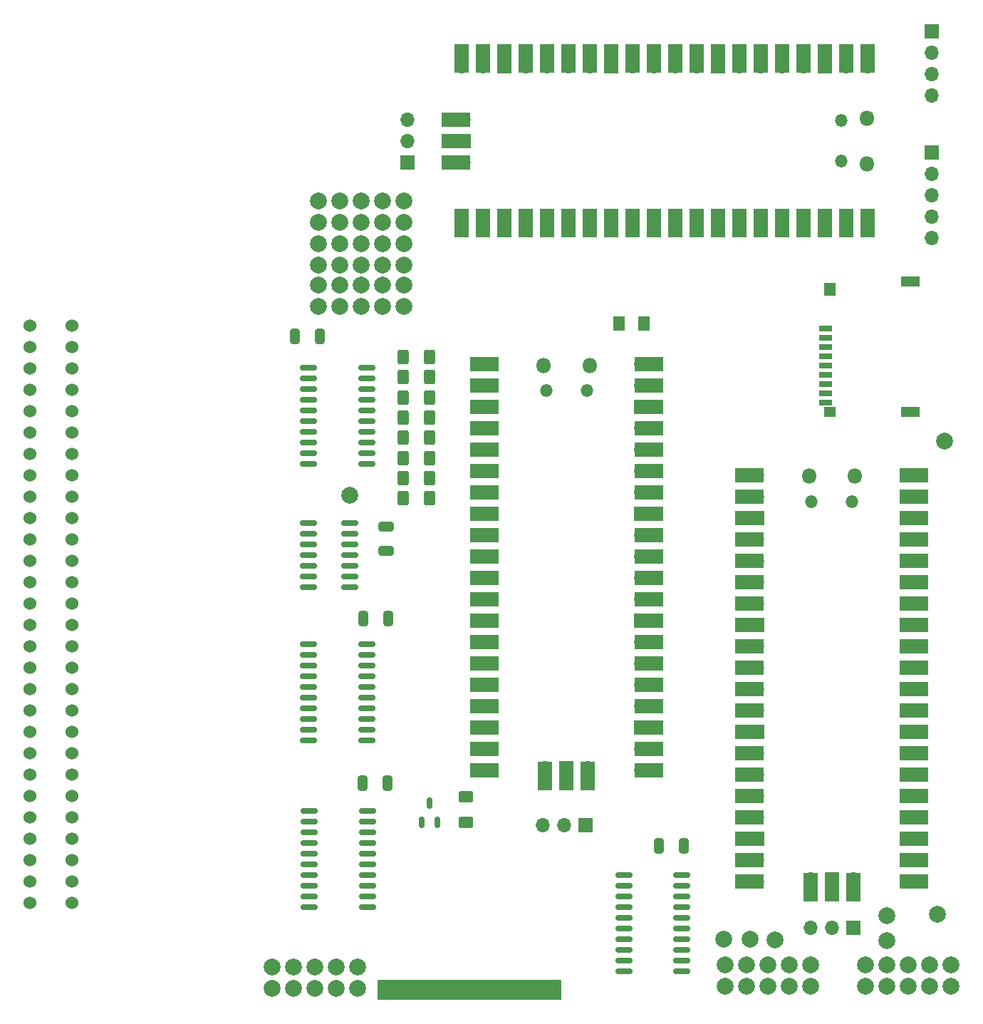
<source format=gts>
G04 #@! TF.GenerationSoftware,KiCad,Pcbnew,6.0.11-2627ca5db0~126~ubuntu22.04.1*
G04 #@! TF.CreationDate,2023-02-12T16:42:10+00:00*
G04 #@! TF.ProjectId,srom,73726f6d-2e6b-4696-9361-645f70636258,v1.0*
G04 #@! TF.SameCoordinates,Original*
G04 #@! TF.FileFunction,Soldermask,Top*
G04 #@! TF.FilePolarity,Negative*
%FSLAX46Y46*%
G04 Gerber Fmt 4.6, Leading zero omitted, Abs format (unit mm)*
G04 Created by KiCad (PCBNEW 6.0.11-2627ca5db0~126~ubuntu22.04.1) date 2023-02-12 16:42:10*
%MOMM*%
%LPD*%
G01*
G04 APERTURE LIST*
G04 Aperture macros list*
%AMRoundRect*
0 Rectangle with rounded corners*
0 $1 Rounding radius*
0 $2 $3 $4 $5 $6 $7 $8 $9 X,Y pos of 4 corners*
0 Add a 4 corners polygon primitive as box body*
4,1,4,$2,$3,$4,$5,$6,$7,$8,$9,$2,$3,0*
0 Add four circle primitives for the rounded corners*
1,1,$1+$1,$2,$3*
1,1,$1+$1,$4,$5*
1,1,$1+$1,$6,$7*
1,1,$1+$1,$8,$9*
0 Add four rect primitives between the rounded corners*
20,1,$1+$1,$2,$3,$4,$5,0*
20,1,$1+$1,$4,$5,$6,$7,0*
20,1,$1+$1,$6,$7,$8,$9,0*
20,1,$1+$1,$8,$9,$2,$3,0*%
G04 Aperture macros list end*
%ADD10C,0.150000*%
%ADD11C,2.000000*%
%ADD12R,1.700000X1.700000*%
%ADD13O,1.700000X1.700000*%
%ADD14O,1.800000X1.800000*%
%ADD15O,1.500000X1.500000*%
%ADD16R,1.700000X3.500000*%
%ADD17R,3.500000X1.700000*%
%ADD18RoundRect,0.250000X-0.325000X-0.650000X0.325000X-0.650000X0.325000X0.650000X-0.325000X0.650000X0*%
%ADD19RoundRect,0.150000X-0.837500X-0.150000X0.837500X-0.150000X0.837500X0.150000X-0.837500X0.150000X0*%
%ADD20RoundRect,0.250000X-0.650000X0.325000X-0.650000X-0.325000X0.650000X-0.325000X0.650000X0.325000X0*%
%ADD21RoundRect,0.250000X0.625000X-0.400000X0.625000X0.400000X-0.625000X0.400000X-0.625000X-0.400000X0*%
%ADD22RoundRect,0.250000X0.325000X0.650000X-0.325000X0.650000X-0.325000X-0.650000X0.325000X-0.650000X0*%
%ADD23R,1.600000X0.700000*%
%ADD24R,2.200000X1.200000*%
%ADD25R,1.400000X1.600000*%
%ADD26R,1.400000X1.200000*%
%ADD27RoundRect,0.250000X-0.400000X-0.625000X0.400000X-0.625000X0.400000X0.625000X-0.400000X0.625000X0*%
%ADD28RoundRect,0.150000X-0.825000X-0.150000X0.825000X-0.150000X0.825000X0.150000X-0.825000X0.150000X0*%
%ADD29RoundRect,0.150000X0.150000X-0.512500X0.150000X0.512500X-0.150000X0.512500X-0.150000X-0.512500X0*%
%ADD30RoundRect,0.250001X0.462499X0.624999X-0.462499X0.624999X-0.462499X-0.624999X0.462499X-0.624999X0*%
%ADD31C,1.524000*%
G04 APERTURE END LIST*
D10*
X113500000Y-174800000D02*
X91780000Y-174800000D01*
X91780000Y-174800000D02*
X91780000Y-172610000D01*
X91780000Y-172610000D02*
X113500000Y-172610000D01*
X113500000Y-172610000D02*
X113500000Y-174800000D01*
G36*
X113500000Y-174800000D02*
G01*
X91780000Y-174800000D01*
X91780000Y-172610000D01*
X113500000Y-172610000D01*
X113500000Y-174800000D01*
G37*
D11*
X132850000Y-167710000D03*
X84680000Y-92510000D03*
X154830000Y-173260000D03*
X81730000Y-170960000D03*
X94840000Y-82500000D03*
X89760000Y-82500000D03*
D12*
X95250000Y-75380000D03*
D13*
X95250000Y-72840000D03*
X95250000Y-70300000D03*
D11*
X87220000Y-79960000D03*
X135560000Y-170770000D03*
X84680000Y-89970000D03*
X92340000Y-85050000D03*
X159090000Y-108490000D03*
X152290000Y-173260000D03*
X84720000Y-87590000D03*
X135560000Y-173310000D03*
X94840000Y-92510000D03*
X92340000Y-87590000D03*
D14*
X149855000Y-75575000D03*
D15*
X146825000Y-75275000D03*
D14*
X149855000Y-70125000D03*
D15*
X146825000Y-70425000D03*
D13*
X149985000Y-63960000D03*
D16*
X149985000Y-63060000D03*
D13*
X147445000Y-63960000D03*
D16*
X147445000Y-63060000D03*
X144905000Y-63060000D03*
D12*
X144905000Y-63960000D03*
D16*
X142365000Y-63060000D03*
D13*
X142365000Y-63960000D03*
X139825000Y-63960000D03*
D16*
X139825000Y-63060000D03*
D13*
X137285000Y-63960000D03*
D16*
X137285000Y-63060000D03*
D13*
X134745000Y-63960000D03*
D16*
X134745000Y-63060000D03*
D12*
X132205000Y-63960000D03*
D16*
X132205000Y-63060000D03*
D13*
X129665000Y-63960000D03*
D16*
X129665000Y-63060000D03*
D13*
X127125000Y-63960000D03*
D16*
X127125000Y-63060000D03*
D13*
X124585000Y-63960000D03*
D16*
X124585000Y-63060000D03*
D13*
X122045000Y-63960000D03*
D16*
X122045000Y-63060000D03*
D12*
X119505000Y-63960000D03*
D16*
X119505000Y-63060000D03*
D13*
X116965000Y-63960000D03*
D16*
X116965000Y-63060000D03*
D13*
X114425000Y-63960000D03*
D16*
X114425000Y-63060000D03*
D13*
X111885000Y-63960000D03*
D16*
X111885000Y-63060000D03*
X109345000Y-63060000D03*
D13*
X109345000Y-63960000D03*
D12*
X106805000Y-63960000D03*
D16*
X106805000Y-63060000D03*
X104265000Y-63060000D03*
D13*
X104265000Y-63960000D03*
D16*
X101725000Y-63060000D03*
D13*
X101725000Y-63960000D03*
X101725000Y-81740000D03*
D16*
X101725000Y-82640000D03*
X104265000Y-82640000D03*
D13*
X104265000Y-81740000D03*
D16*
X106805000Y-82640000D03*
D12*
X106805000Y-81740000D03*
D16*
X109345000Y-82640000D03*
D13*
X109345000Y-81740000D03*
X111885000Y-81740000D03*
D16*
X111885000Y-82640000D03*
D13*
X114425000Y-81740000D03*
D16*
X114425000Y-82640000D03*
X116965000Y-82640000D03*
D13*
X116965000Y-81740000D03*
D16*
X119505000Y-82640000D03*
D12*
X119505000Y-81740000D03*
D16*
X122045000Y-82640000D03*
D13*
X122045000Y-81740000D03*
X124585000Y-81740000D03*
D16*
X124585000Y-82640000D03*
X127125000Y-82640000D03*
D13*
X127125000Y-81740000D03*
X129665000Y-81740000D03*
D16*
X129665000Y-82640000D03*
X132205000Y-82640000D03*
D12*
X132205000Y-81740000D03*
D16*
X134745000Y-82640000D03*
D13*
X134745000Y-81740000D03*
D16*
X137285000Y-82640000D03*
D13*
X137285000Y-81740000D03*
D16*
X139825000Y-82640000D03*
D13*
X139825000Y-81740000D03*
D16*
X142365000Y-82640000D03*
D13*
X142365000Y-81740000D03*
D12*
X144905000Y-81740000D03*
D16*
X144905000Y-82640000D03*
X147445000Y-82640000D03*
D13*
X147445000Y-81740000D03*
X149985000Y-81740000D03*
D16*
X149985000Y-82640000D03*
D17*
X101055000Y-70310000D03*
D13*
X101955000Y-70310000D03*
D17*
X101055000Y-72850000D03*
D12*
X101955000Y-72850000D03*
D13*
X101955000Y-75390000D03*
D17*
X101055000Y-75390000D03*
D11*
X133020000Y-173310000D03*
X79190000Y-170960000D03*
X149750000Y-173260000D03*
D18*
X90065000Y-129600000D03*
X93015000Y-129600000D03*
D19*
X83567500Y-152465000D03*
X83567500Y-153735000D03*
X83567500Y-155005000D03*
X83567500Y-156275000D03*
X83567500Y-157545000D03*
X83567500Y-158815000D03*
X83567500Y-160085000D03*
X83567500Y-161355000D03*
X83567500Y-162625000D03*
X83567500Y-163895000D03*
X90492500Y-163895000D03*
X90492500Y-162625000D03*
X90492500Y-161355000D03*
X90492500Y-160085000D03*
X90492500Y-158815000D03*
X90492500Y-157545000D03*
X90492500Y-156275000D03*
X90492500Y-155005000D03*
X90492500Y-153735000D03*
X90492500Y-152465000D03*
X83547500Y-132645000D03*
X83547500Y-133915000D03*
X83547500Y-135185000D03*
X83547500Y-136455000D03*
X83547500Y-137725000D03*
X83547500Y-138995000D03*
X83547500Y-140265000D03*
X83547500Y-141535000D03*
X83547500Y-142805000D03*
X83547500Y-144075000D03*
X90472500Y-144075000D03*
X90472500Y-142805000D03*
X90472500Y-141535000D03*
X90472500Y-140265000D03*
X90472500Y-138995000D03*
X90472500Y-137725000D03*
X90472500Y-136455000D03*
X90472500Y-135185000D03*
X90472500Y-133915000D03*
X90472500Y-132645000D03*
D11*
X87260000Y-87590000D03*
D20*
X92760000Y-118645000D03*
X92760000Y-121595000D03*
D21*
X102180000Y-153840000D03*
X102180000Y-150740000D03*
D22*
X92925000Y-149140000D03*
X89975000Y-149140000D03*
D23*
X144990000Y-95130000D03*
X144990000Y-96230000D03*
X144990000Y-97330000D03*
X144990000Y-98430000D03*
X144990000Y-99530000D03*
X144990000Y-100630000D03*
D24*
X155090000Y-105080000D03*
D25*
X145490000Y-90480000D03*
D26*
X145490000Y-105080000D03*
D24*
X155090000Y-89580000D03*
D23*
X144990000Y-101730000D03*
X144990000Y-102830000D03*
X144990000Y-103930000D03*
D11*
X94880000Y-87590000D03*
X143180000Y-173310000D03*
X94840000Y-89970000D03*
X92300000Y-89970000D03*
D22*
X128105000Y-156610000D03*
X125155000Y-156610000D03*
D11*
X84270000Y-170960000D03*
X159910000Y-170720000D03*
X87220000Y-89970000D03*
X157370000Y-173260000D03*
D27*
X94790000Y-108118570D03*
X97890000Y-108118570D03*
D28*
X83505000Y-118250000D03*
X83505000Y-119520000D03*
X83505000Y-120790000D03*
X83505000Y-122060000D03*
X83505000Y-123330000D03*
X83505000Y-124600000D03*
X83505000Y-125870000D03*
X88455000Y-125870000D03*
X88455000Y-124600000D03*
X88455000Y-123330000D03*
X88455000Y-122060000D03*
X88455000Y-120790000D03*
X88455000Y-119520000D03*
X88455000Y-118250000D03*
D11*
X84680000Y-82500000D03*
X92300000Y-92510000D03*
X140640000Y-173310000D03*
D29*
X96930000Y-153787500D03*
X98830000Y-153787500D03*
X97880000Y-151512500D03*
D27*
X94790000Y-112927140D03*
X97890000Y-112927140D03*
D11*
X140640000Y-170770000D03*
D19*
X83547500Y-99765000D03*
X83547500Y-101035000D03*
X83547500Y-102305000D03*
X83547500Y-103575000D03*
X83547500Y-104845000D03*
X83547500Y-106115000D03*
X83547500Y-107385000D03*
X83547500Y-108655000D03*
X83547500Y-109925000D03*
X83547500Y-111195000D03*
X90472500Y-111195000D03*
X90472500Y-109925000D03*
X90472500Y-108655000D03*
X90472500Y-107385000D03*
X90472500Y-106115000D03*
X90472500Y-104845000D03*
X90472500Y-103575000D03*
X90472500Y-102305000D03*
X90472500Y-101035000D03*
X90472500Y-99765000D03*
D11*
X87220000Y-82500000D03*
D19*
X120977500Y-160085000D03*
X120977500Y-161355000D03*
X120977500Y-162625000D03*
X120977500Y-163895000D03*
X120977500Y-165165000D03*
X120977500Y-166435000D03*
X120977500Y-167705000D03*
X120977500Y-168975000D03*
X120977500Y-170245000D03*
X120977500Y-171515000D03*
X127902500Y-171515000D03*
X127902500Y-170245000D03*
X127902500Y-168975000D03*
X127902500Y-167705000D03*
X127902500Y-166435000D03*
X127902500Y-165165000D03*
X127902500Y-163895000D03*
X127902500Y-162625000D03*
X127902500Y-161355000D03*
X127902500Y-160085000D03*
D11*
X157370000Y-170720000D03*
D12*
X157590000Y-74260000D03*
D13*
X157590000Y-76800000D03*
X157590000Y-79340000D03*
X157590000Y-81880000D03*
X157590000Y-84420000D03*
D11*
X87220000Y-92510000D03*
X86810000Y-170960000D03*
X84270000Y-173500000D03*
D15*
X148135000Y-115735000D03*
X143285000Y-115735000D03*
D14*
X142985000Y-112705000D03*
X148435000Y-112705000D03*
D17*
X135920000Y-112575000D03*
D13*
X136820000Y-112575000D03*
X136820000Y-115115000D03*
D17*
X135920000Y-115115000D03*
X135920000Y-117655000D03*
D12*
X136820000Y-117655000D03*
D13*
X136820000Y-120195000D03*
D17*
X135920000Y-120195000D03*
D13*
X136820000Y-122735000D03*
D17*
X135920000Y-122735000D03*
D13*
X136820000Y-125275000D03*
D17*
X135920000Y-125275000D03*
X135920000Y-127815000D03*
D13*
X136820000Y-127815000D03*
D12*
X136820000Y-130355000D03*
D17*
X135920000Y-130355000D03*
D13*
X136820000Y-132895000D03*
D17*
X135920000Y-132895000D03*
D13*
X136820000Y-135435000D03*
D17*
X135920000Y-135435000D03*
X135920000Y-137975000D03*
D13*
X136820000Y-137975000D03*
X136820000Y-140515000D03*
D17*
X135920000Y-140515000D03*
X135920000Y-143055000D03*
D12*
X136820000Y-143055000D03*
D13*
X136820000Y-145595000D03*
D17*
X135920000Y-145595000D03*
D13*
X136820000Y-148135000D03*
D17*
X135920000Y-148135000D03*
X135920000Y-150675000D03*
D13*
X136820000Y-150675000D03*
D17*
X135920000Y-153215000D03*
D13*
X136820000Y-153215000D03*
D17*
X135920000Y-155755000D03*
D12*
X136820000Y-155755000D03*
D17*
X135920000Y-158295000D03*
D13*
X136820000Y-158295000D03*
X136820000Y-160835000D03*
D17*
X135920000Y-160835000D03*
X155500000Y-160835000D03*
D13*
X154600000Y-160835000D03*
X154600000Y-158295000D03*
D17*
X155500000Y-158295000D03*
X155500000Y-155755000D03*
D12*
X154600000Y-155755000D03*
D17*
X155500000Y-153215000D03*
D13*
X154600000Y-153215000D03*
D17*
X155500000Y-150675000D03*
D13*
X154600000Y-150675000D03*
X154600000Y-148135000D03*
D17*
X155500000Y-148135000D03*
D13*
X154600000Y-145595000D03*
D17*
X155500000Y-145595000D03*
D12*
X154600000Y-143055000D03*
D17*
X155500000Y-143055000D03*
D13*
X154600000Y-140515000D03*
D17*
X155500000Y-140515000D03*
D13*
X154600000Y-137975000D03*
D17*
X155500000Y-137975000D03*
X155500000Y-135435000D03*
D13*
X154600000Y-135435000D03*
D17*
X155500000Y-132895000D03*
D13*
X154600000Y-132895000D03*
D17*
X155500000Y-130355000D03*
D12*
X154600000Y-130355000D03*
D17*
X155500000Y-127815000D03*
D13*
X154600000Y-127815000D03*
D17*
X155500000Y-125275000D03*
D13*
X154600000Y-125275000D03*
D17*
X155500000Y-122735000D03*
D13*
X154600000Y-122735000D03*
X154600000Y-120195000D03*
D17*
X155500000Y-120195000D03*
D12*
X154600000Y-117655000D03*
D17*
X155500000Y-117655000D03*
D13*
X154600000Y-115115000D03*
D17*
X155500000Y-115115000D03*
X155500000Y-112575000D03*
D13*
X154600000Y-112575000D03*
D16*
X143170000Y-161505000D03*
D13*
X143170000Y-160605000D03*
D12*
X145710000Y-160605000D03*
D16*
X145710000Y-161505000D03*
D13*
X148250000Y-160605000D03*
D16*
X148250000Y-161505000D03*
D11*
X138100000Y-173310000D03*
X88380000Y-114940000D03*
X79190000Y-173500000D03*
X89350000Y-170960000D03*
X159910000Y-173260000D03*
X136010000Y-167680000D03*
X149750000Y-170720000D03*
D27*
X94790000Y-103310000D03*
X97890000Y-103310000D03*
D12*
X157590000Y-59800000D03*
D13*
X157590000Y-62340000D03*
X157590000Y-64880000D03*
X157590000Y-67420000D03*
D11*
X89760000Y-79960000D03*
D27*
X94790000Y-115331430D03*
X97890000Y-115331430D03*
D11*
X158260000Y-164770000D03*
X152220000Y-167850000D03*
D22*
X84835000Y-96070000D03*
X81885000Y-96070000D03*
D11*
X133020000Y-170770000D03*
X89800000Y-87590000D03*
X81730000Y-173500000D03*
D27*
X94790000Y-100905715D03*
X97890000Y-100905715D03*
D12*
X116415000Y-154150000D03*
D13*
X113875000Y-154150000D03*
X111335000Y-154150000D03*
D11*
X84680000Y-79960000D03*
X154830000Y-170720000D03*
D27*
X94790000Y-98501430D03*
X97890000Y-98501430D03*
D11*
X138940000Y-167770000D03*
X152280000Y-164870000D03*
X87260000Y-85050000D03*
X94880000Y-85050000D03*
X89760000Y-92510000D03*
X86810000Y-173500000D03*
X143180000Y-170770000D03*
X94840000Y-79960000D03*
D12*
X148290000Y-166340000D03*
D13*
X145750000Y-166340000D03*
X143210000Y-166340000D03*
D11*
X89800000Y-85050000D03*
X84720000Y-85050000D03*
X92300000Y-79960000D03*
D30*
X123397500Y-94580000D03*
X120422500Y-94580000D03*
D11*
X89350000Y-173500000D03*
D27*
X94790000Y-110522855D03*
X97890000Y-110522855D03*
D31*
X50390000Y-105000000D03*
X55390000Y-105000000D03*
X55390000Y-94840000D03*
X55390000Y-97380000D03*
X55390000Y-99920000D03*
X55390000Y-102460000D03*
X55390000Y-107540000D03*
X55390000Y-110080000D03*
X55390000Y-112620000D03*
X55390000Y-115160000D03*
X55390000Y-117700000D03*
X55390000Y-120240000D03*
X55390000Y-122780000D03*
X55390000Y-125320000D03*
X55390000Y-127860000D03*
X55390000Y-130400000D03*
X55390000Y-132940000D03*
X55390000Y-135480000D03*
X55390000Y-138020000D03*
X55390000Y-140560000D03*
X55390000Y-143100000D03*
X55390000Y-145640000D03*
X55390000Y-148180000D03*
X55390000Y-150720000D03*
X55390000Y-153260000D03*
X55390000Y-155800000D03*
X55390000Y-158340000D03*
X55390000Y-160880000D03*
X55390000Y-163420000D03*
X50390000Y-94840000D03*
X50390000Y-97380000D03*
X50390000Y-99920000D03*
X50390000Y-102460000D03*
X50390000Y-107540000D03*
X50390000Y-110080000D03*
X50390000Y-112620000D03*
X50390000Y-115160000D03*
X50390000Y-117700000D03*
X50390000Y-120240000D03*
X50390000Y-122780000D03*
X50390000Y-125320000D03*
X50390000Y-127860000D03*
X50390000Y-130400000D03*
X50390000Y-132940000D03*
X50390000Y-135480000D03*
X50390000Y-138020000D03*
X50390000Y-140560000D03*
X50390000Y-143100000D03*
X50390000Y-145640000D03*
X50390000Y-148180000D03*
X50390000Y-150720000D03*
X50390000Y-153260000D03*
X50390000Y-155800000D03*
X50390000Y-158340000D03*
X50390000Y-160880000D03*
X50390000Y-163420000D03*
D11*
X138100000Y-170770000D03*
X152290000Y-170720000D03*
D27*
X94790000Y-105714285D03*
X97890000Y-105714285D03*
D11*
X92300000Y-82500000D03*
D14*
X116915000Y-99515000D03*
X111465000Y-99515000D03*
D15*
X116615000Y-102545000D03*
X111765000Y-102545000D03*
D13*
X105300000Y-99385000D03*
D17*
X104400000Y-99385000D03*
D13*
X105300000Y-101925000D03*
D17*
X104400000Y-101925000D03*
D12*
X105300000Y-104465000D03*
D17*
X104400000Y-104465000D03*
D13*
X105300000Y-107005000D03*
D17*
X104400000Y-107005000D03*
X104400000Y-109545000D03*
D13*
X105300000Y-109545000D03*
X105300000Y-112085000D03*
D17*
X104400000Y-112085000D03*
X104400000Y-114625000D03*
D13*
X105300000Y-114625000D03*
D12*
X105300000Y-117165000D03*
D17*
X104400000Y-117165000D03*
X104400000Y-119705000D03*
D13*
X105300000Y-119705000D03*
D17*
X104400000Y-122245000D03*
D13*
X105300000Y-122245000D03*
D17*
X104400000Y-124785000D03*
D13*
X105300000Y-124785000D03*
D17*
X104400000Y-127325000D03*
D13*
X105300000Y-127325000D03*
D17*
X104400000Y-129865000D03*
D12*
X105300000Y-129865000D03*
D17*
X104400000Y-132405000D03*
D13*
X105300000Y-132405000D03*
D17*
X104400000Y-134945000D03*
D13*
X105300000Y-134945000D03*
D17*
X104400000Y-137485000D03*
D13*
X105300000Y-137485000D03*
X105300000Y-140025000D03*
D17*
X104400000Y-140025000D03*
X104400000Y-142565000D03*
D12*
X105300000Y-142565000D03*
D13*
X105300000Y-145105000D03*
D17*
X104400000Y-145105000D03*
D13*
X105300000Y-147645000D03*
D17*
X104400000Y-147645000D03*
X123980000Y-147645000D03*
D13*
X123080000Y-147645000D03*
X123080000Y-145105000D03*
D17*
X123980000Y-145105000D03*
D12*
X123080000Y-142565000D03*
D17*
X123980000Y-142565000D03*
X123980000Y-140025000D03*
D13*
X123080000Y-140025000D03*
X123080000Y-137485000D03*
D17*
X123980000Y-137485000D03*
D13*
X123080000Y-134945000D03*
D17*
X123980000Y-134945000D03*
X123980000Y-132405000D03*
D13*
X123080000Y-132405000D03*
D17*
X123980000Y-129865000D03*
D12*
X123080000Y-129865000D03*
D17*
X123980000Y-127325000D03*
D13*
X123080000Y-127325000D03*
X123080000Y-124785000D03*
D17*
X123980000Y-124785000D03*
D13*
X123080000Y-122245000D03*
D17*
X123980000Y-122245000D03*
X123980000Y-119705000D03*
D13*
X123080000Y-119705000D03*
D12*
X123080000Y-117165000D03*
D17*
X123980000Y-117165000D03*
X123980000Y-114625000D03*
D13*
X123080000Y-114625000D03*
D17*
X123980000Y-112085000D03*
D13*
X123080000Y-112085000D03*
D17*
X123980000Y-109545000D03*
D13*
X123080000Y-109545000D03*
D17*
X123980000Y-107005000D03*
D13*
X123080000Y-107005000D03*
D17*
X123980000Y-104465000D03*
D12*
X123080000Y-104465000D03*
D13*
X123080000Y-101925000D03*
D17*
X123980000Y-101925000D03*
D13*
X123080000Y-99385000D03*
D17*
X123980000Y-99385000D03*
D16*
X111650000Y-148315000D03*
D13*
X111650000Y-147415000D03*
D12*
X114190000Y-147415000D03*
D16*
X114190000Y-148315000D03*
X116730000Y-148315000D03*
D13*
X116730000Y-147415000D03*
D11*
X89760000Y-89970000D03*
M02*

</source>
